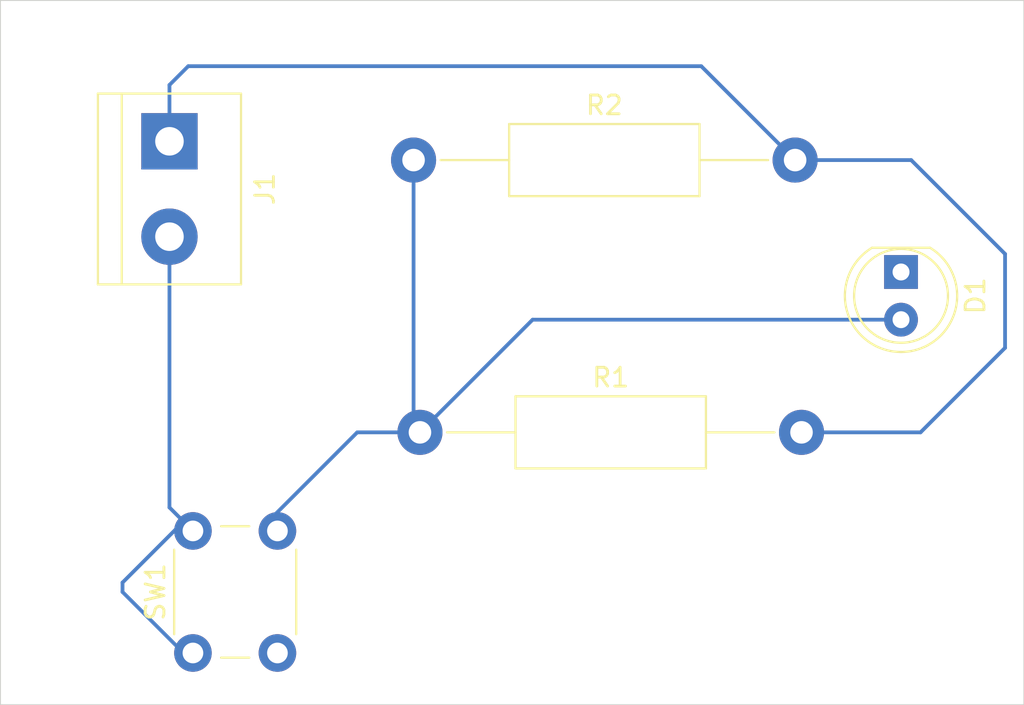
<source format=kicad_pcb>
(kicad_pcb (version 20240108) (generator "pcbnew") (generator_version "8.0")
  (layers (0 "F.Cu" signal) (31 "B.Cu" signal) (34 "B.Paste" user) (35 "F.Paste" user) (36 "B.SilkS" user "B.Silkscreen") (37 "F.SilkS" user "F.Silkscreen") (38 "B.Mask" user) (39 "F.Mask" user) (44 "Edge.Cuts" user))
  (net 0 "")
  (net 1 "+5V")
  (net 2 "GND")
  (net 3 "Net-(D1-A)")
  (footprint "TerminalBlock:TerminalBlock_bornier-2_P5.08mm" (layer "F.Cu") (at 99.5 70.5 -90)
    (property "Reference" "J1" (at 2.54 -5.08 90) (layer "F.SilkS"))
    (property "Value" "Screw_Terminal_01x02")
    (fp_line (start -2.54 3.81) (end 7.62 3.81) (stroke (width 0.12)) (layer "F.SilkS"))
    (fp_line (start 7.62 3.81) (end 7.62 -3.81) (stroke (width 0.12)) (layer "F.SilkS"))
    (fp_line (start 7.62 2.54) (end -2.54 2.54) (stroke (width 0.12)) (layer "F.SilkS"))
    (fp_line (start -2.54 -3.81) (end -2.54 3.81) (stroke (width 0.12)) (layer "F.SilkS"))
    (fp_line (start 7.62 -3.81) (end -2.54 -3.81) (stroke (width 0.12)) (layer "F.SilkS"))
    (pad "1" thru_hole rect (at 0 0 270) (size 3 3) (drill 1.52) (layers "*.Cu" "*.Mask") (net 2 "GND"))
    (pad "2" thru_hole circle (at 5.08 0 270) (size 3 3) (drill 1.52) (layers "*.Cu" "*.Mask") (net 1 "+5V"))
  )
  (footprint "LED_THT:LED_D5.0mm" (layer "F.Cu") (at 138.46 77.46 -90)
    (property "Reference" "D1" (at 1.27 -3.96 90) (layer "F.SilkS"))
    (property "Value" "LED")
    (fp_line (start -1.29 -1.545) (end -1.29 1.545) (stroke (width 0.12)) (layer "F.SilkS"))
    (fp_arc (start 4.26 -0.000462) (mid 2.072002 2.880433) (end -1.29 1.54483) (stroke (width 0.12)) (layer "F.SilkS"))
    (fp_arc (start -1.29 -1.54483) (mid 2.072002 -2.880433) (end 4.26 0.000462) (stroke (width 0.12)) (layer "F.SilkS"))
    (fp_circle (center 1.27 0) (end 3.77 0) (stroke (width 0.12)) (fill none) (layer "F.SilkS"))
    (pad "1" thru_hole rect (at 0 0 270) (size 1.8 1.8) (drill 0.9) (layers "*.Cu" "*.Mask") (net 3 "Net-(D1-A)"))
    (pad "2" thru_hole circle (at 2.54 0 270) (size 1.8 1.8) (drill 0.9) (layers "*.Cu" "*.Mask") (net 3 "Net-(D1-A)"))
  )
  (footprint "Button_Switch_THT:SW_PUSH_6mm" (layer "F.Cu") (at 100.75 97.75 90)
    (property "Reference" "SW1" (at 3.25 -2 90) (layer "F.SilkS"))
    (property "Value" "SW_Push")
    (fp_line (start 5.5 -1) (end 1 -1) (stroke (width 0.12)) (layer "F.SilkS"))
    (fp_line (start -0.25 1.5) (end -0.25 3) (stroke (width 0.12)) (layer "F.SilkS"))
    (fp_line (start 6.75 3) (end 6.75 1.5) (stroke (width 0.12)) (layer "F.SilkS"))
    (fp_line (start 1 5.5) (end 5.5 5.5) (stroke (width 0.12)) (layer "F.SilkS"))
    (pad "1" thru_hole circle (at 0 0 180) (size 2 2) (drill 1.1) (layers "*.Cu" "*.Mask") (net 1 "+5V"))
    (pad "1" thru_hole circle (at 6.5 0 180) (size 2 2) (drill 1.1) (layers "*.Cu" "*.Mask") (net 1 "+5V"))
    (pad "2" thru_hole circle (at 0 4.5 180) (size 2 2) (drill 1.1) (layers "*.Cu" "*.Mask") (net 3 "Net-(D1-A)"))
    (pad "2" thru_hole circle (at 6.5 4.5 180) (size 2 2) (drill 1.1) (layers "*.Cu" "*.Mask") (net 3 "Net-(D1-A)"))
  )
  (footprint "Resistor_THT:R_Axial_DIN0411_L9.9mm_D3.6mm_P20.32mm_Horizontal" (layer "F.Cu") (at 112.5 71.5)
    (property "Reference" "R2" (at 10.16 -2.92 -0) (layer "F.SilkS"))
    (property "Value" "220")
    (fp_line (start 1.44 0) (end 5.09 0) (stroke (width 0.12)) (layer "F.SilkS"))
    (fp_line (start 5.09 -1.92) (end 5.09 1.92) (stroke (width 0.12)) (layer "F.SilkS"))
    (fp_line (start 5.09 1.92) (end 15.23 1.92) (stroke (width 0.12)) (layer "F.SilkS"))
    (fp_line (start 15.23 -1.92) (end 5.09 -1.92) (stroke (width 0.12)) (layer "F.SilkS"))
    (fp_line (start 15.23 1.92) (end 15.23 -1.92) (stroke (width 0.12)) (layer "F.SilkS"))
    (fp_line (start 18.88 0) (end 15.23 0) (stroke (width 0.12)) (layer "F.SilkS"))
    (pad "1" thru_hole circle (at 0 0) (size 2.4 2.4) (drill 1.2) (layers "*.Cu" "*.Mask") (net 3 "Net-(D1-A)"))
    (pad "2" thru_hole oval (at 20.32 0) (size 2.4 2.4) (drill 1.2) (layers "*.Cu" "*.Mask") (net 2 "GND"))
  )
  (footprint "Resistor_THT:R_Axial_DIN0411_L9.9mm_D3.6mm_P20.32mm_Horizontal" (layer "F.Cu") (at 112.84 86)
    (property "Reference" "R1" (at 10.16 -2.92 -0) (layer "F.SilkS"))
    (property "Value" "220")
    (fp_line (start 1.44 0) (end 5.09 0) (stroke (width 0.12)) (layer "F.SilkS"))
    (fp_line (start 5.09 -1.92) (end 5.09 1.92) (stroke (width 0.12)) (layer "F.SilkS"))
    (fp_line (start 5.09 1.92) (end 15.23 1.92) (stroke (width 0.12)) (layer "F.SilkS"))
    (fp_line (start 15.23 -1.92) (end 5.09 -1.92) (stroke (width 0.12)) (layer "F.SilkS"))
    (fp_line (start 15.23 1.92) (end 15.23 -1.92) (stroke (width 0.12)) (layer "F.SilkS"))
    (fp_line (start 18.88 0) (end 15.23 0) (stroke (width 0.12)) (layer "F.SilkS"))
    (pad "1" thru_hole circle (at 0 0) (size 2.4 2.4) (drill 1.2) (layers "*.Cu" "*.Mask") (net 3 "Net-(D1-A)"))
    (pad "2" thru_hole oval (at 20.32 0) (size 2.4 2.4) (drill 1.2) (layers "*.Cu" "*.Mask") (net 2 "GND"))
  )
  (gr_line (start 90.5 100.5) (end 145 100.5) (stroke (width 0.05)) (layer "Edge.Cuts"))
  (gr_line (start 90.5 63) (end 90.5 100.5) (stroke (width 0.05)) (layer "Edge.Cuts"))
  (gr_line (start 145 100.5) (end 145 63) (stroke (width 0.05)) (layer "Edge.Cuts"))
  (gr_line (start 145 63) (end 90.5 63) (stroke (width 0.05)) (layer "Edge.Cuts"))
  (segment (start 97 94.5) (end 100 97.5) (width 0.2) (layer "B.Cu") (net 1))
  (segment (start 99.5 90) (end 100.75 91.25) (width 0.2) (layer "B.Cu") (net 1))
  (segment (start 99.5 75.58) (end 99.5 90) (width 0.2) (layer "B.Cu") (net 1))
  (segment (start 97 94) (end 97 94.5) (width 0.2) (layer "B.Cu") (net 1))
  (segment (start 100 91) (end 97 94) (width 0.2) (layer "B.Cu") (net 1))
  (segment (start 144 81.5) (end 144 76.5) (width 0.2) (layer "B.Cu") (net 2))
  (segment (start 139 71.5) (end 132.82 71.5) (width 0.2) (layer "B.Cu") (net 2))
  (segment (start 139.5 86) (end 144 81.5) (width 0.2) (layer "B.Cu") (net 2))
  (segment (start 100.5 66.5) (end 127.82 66.5) (width 0.2) (layer "B.Cu") (net 2))
  (segment (start 99.5 67.5) (end 100.5 66.5) (width 0.2) (layer "B.Cu") (net 2))
  (segment (start 133.16 86) (end 139.5 86) (width 0.2) (layer "B.Cu") (net 2))
  (segment (start 127.82 66.5) (end 132.82 71.5) (width 0.2) (layer "B.Cu") (net 2))
  (segment (start 144 76.5) (end 139 71.5) (width 0.2) (layer "B.Cu") (net 2))
  (segment (start 99.5 70.5) (end 99.5 67.5) (width 0.2) (layer "B.Cu") (net 2))
  (segment (start 109.5 86) (end 112.84 86) (width 0.2) (layer "B.Cu") (net 3))
  (segment (start 112.5 71.5) (end 112.5 85.66) (width 0.2) (layer "B.Cu") (net 3))
  (segment (start 104.5 91) (end 109.5 86) (width 0.2) (layer "B.Cu") (net 3))
  (segment (start 118.84 80) (end 138.46 80) (width 0.2) (layer "B.Cu") (net 3))
  (segment (start 112.5 85.66) (end 112.84 86) (width 0.2) (layer "B.Cu") (net 3))
  (segment (start 112.84 86) (end 118.84 80) (width 0.2) (layer "B.Cu") (net 3))
)
</source>
